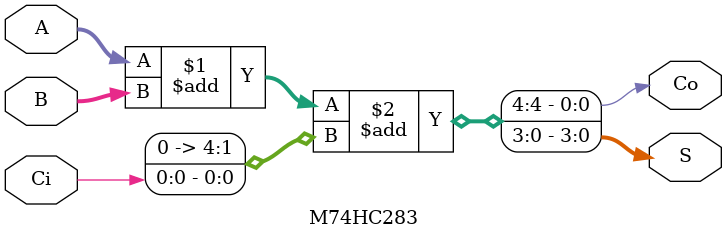
<source format=v>
/*
 * Copyright (c) 2020-2021, SERI Development Team
 *
 * SPDX-License-Identifier: Apache-2.0
 *
 * Change Logs:
 * Date           Author       Notes
 * 2022-01-26     Lyons        first version
 */

`include "pa_soc_param.v"

module M74HC283 (
    input  [3:0]                A,
    input  [3:0]                B,
    input                       Ci,
           
    output [3:0]                S,
    output                      Co
);

// you can implement by using basic logic here
assign {Co, S[3:0]} = A[3:0] + B[3:0] + {3'b0, Ci};

endmodule
</source>
